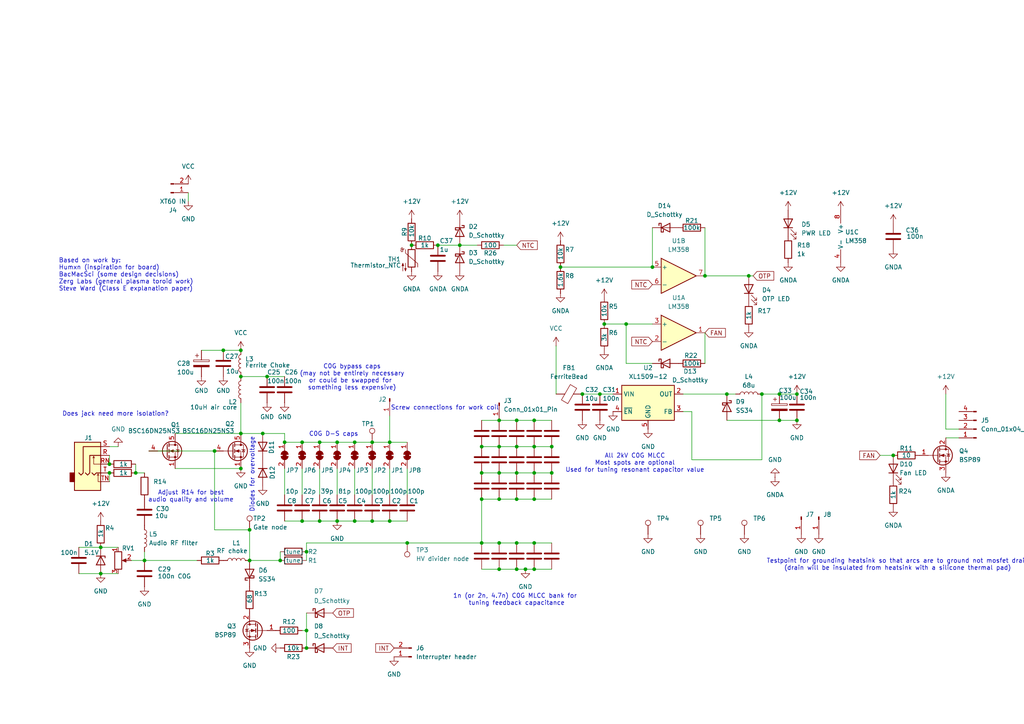
<source format=kicad_sch>
(kicad_sch (version 20231120) (generator "eeschema") (generator_version "8.0")
  (paper "A4")
  (lib_symbols
    (symbol "Amplifier_Operational:LM358" (pin_names (offset 0.127))
      (property "Reference" "U" (at 0 5.08 0))
      (property "Value" "LM358" (at 0 -5.08 0))
      (symbol "LM358_1_1"
        (pin output line (at 7.62 0 180) (length 2.54) (name "~") (number "1"))
        (pin input line (at -7.62 -2.54 0) (length 2.54) (name "-") (number "2"))
        (pin input line (at -7.62 2.54 0) (length 2.54) (name "+") (number "3"))
      )
      (symbol "LM358_2_1"
        (pin input line (at -7.62 2.54 0) (length 2.54) (name "+") (number "5"))
        (pin input line (at -7.62 -2.54 0) (length 2.54) (name "-") (number "6"))
        (pin output line (at 7.62 0 180) (length 2.54) (name "~") (number "7"))
      )
      (symbol "LM358_3_1"
        (pin power_in line (at -2.54 -7.62 90) (length 3.81) (name "V-") (number "4"))
        (pin power_in line (at -2.54 7.62 270) (length 3.81) (name "V+") (number "8"))
      )
    )
    (symbol "C_1" (pin_numbers hide) (pin_names (offset 0.254))
      (property "Reference" "C" (at 0.635 2.54 0))
      (property "Value" "C" (at 0.635 -2.54 0))
      (symbol "C_1_1_1"
        (pin passive line (at 0 3.81 270) (length 2.794) (name "~") (number "1"))
        (pin passive line (at 0 -3.81 90) (length 2.794) (name "~") (number "2"))
      )
    )
    (symbol "Connector:Conn_01x01_Pin" (pin_names (offset 1.016) hide)
      (property "Reference" "J" (at 0 2.54 0))
      (property "Value" "Conn_01x01_Pin" (at 0 -2.54 0))
      (symbol "Conn_01x01_Pin_1_1"
        (pin passive line (at 5.08 0 180) (length 3.81) (name "Pin_1") (number "1"))
      )
    )
    (symbol "Connector:Conn_01x02_Pin" (pin_names (offset 1.016) hide)
      (property "Reference" "J" (at 0 2.54 0))
      (property "Value" "Conn_01x02_Pin" (at 0 -5.08 0))
      (symbol "Conn_01x02_Pin_1_1"
        (pin passive line (at 5.08 0 180) (length 3.81) (name "Pin_1") (number "1"))
        (pin passive line (at 5.08 -2.54 180) (length 3.81) (name "Pin_2") (number "2"))
      )
    )
    (symbol "Connector:Conn_01x04_Pin" (pin_names (offset 1.016) hide)
      (property "Reference" "J" (at 0 5.08 0))
      (property "Value" "Conn_01x04_Pin" (at 0 -7.62 0))
      (symbol "Conn_01x04_Pin_1_1"
        (pin passive line (at 5.08 2.54 180) (length 3.81) (name "Pin_1") (number "1"))
        (pin passive line (at 5.08 0 180) (length 3.81) (name "Pin_2") (number "2"))
        (pin passive line (at 5.08 -2.54 180) (length 3.81) (name "Pin_3") (number "3"))
        (pin passive line (at 5.08 -5.08 180) (length 3.81) (name "Pin_4") (number "4"))
      )
    )
    (symbol "Connector:TestPoint" (pin_numbers hide) (pin_names (offset 0.762) hide)
      (property "Reference" "TP" (at 0 6.858 0))
      (property "Value" "TestPoint" (at 0 5.08 0))
      (symbol "TestPoint_1_1"
        (pin passive line (at 0 0 90) (length 2.54) (name "1") (number "1"))
      )
    )
    (symbol "Connector_Audio:AudioJack3_SwitchTR"
      (property "Reference" "J" (at 0 8.89 0))
      (property "Value" "AudioJack3_SwitchTR" (at 0 6.35 0))
      (symbol "AudioJack3_SwitchTR_1_1"
        (pin passive line (at 5.08 0 180) (length 2.54) (name "~") (number "R"))
        (pin passive line (at 5.08 -2.54 180) (length 2.54) (name "~") (number "RN"))
        (pin passive line (at 5.08 2.54 180) (length 2.54) (name "~") (number "S"))
        (pin passive line (at 5.08 -5.08 180) (length 2.54) (name "~") (number "T"))
        (pin passive line (at 5.08 -7.62 180) (length 2.54) (name "~") (number "TN"))
      )
    )
    (symbol "Device:C" (pin_numbers hide) (pin_names (offset 0.254))
      (property "Reference" "C" (at 0.635 2.54 0))
      (property "Value" "C" (at 0.635 -2.54 0))
      (symbol "C_1_1"
        (pin passive line (at 0 3.81 270) (length 2.794) (name "~") (number "1"))
        (pin passive line (at 0 -3.81 90) (length 2.794) (name "~") (number "2"))
      )
    )
    (symbol "Device:C_Polarized" (pin_numbers hide) (pin_names (offset 0.254))
      (property "Reference" "C" (at 0.635 2.54 0))
      (property "Value" "C_Polarized" (at 0.635 -2.54 0))
      (symbol "C_Polarized_1_1"
        (pin passive line (at 0 3.81 270) (length 2.794) (name "~") (number "1"))
        (pin passive line (at 0 -3.81 90) (length 2.794) (name "~") (number "2"))
      )
    )
    (symbol "Device:D" (pin_numbers hide) (pin_names (offset 1.016) hide)
      (property "Reference" "D" (at 0 2.54 0))
      (property "Value" "D" (at 0 -2.54 0))
      (symbol "D_1_1"
        (pin passive line (at -3.81 0 0) (length 2.54) (name "K") (number "1"))
        (pin passive line (at 3.81 0 180) (length 2.54) (name "A") (number "2"))
      )
    )
    (symbol "Device:D_Schottky" (pin_numbers hide) (pin_names (offset 1.016) hide)
      (property "Reference" "D" (at 0 2.54 0))
      (property "Value" "D_Schottky" (at 0 -2.54 0))
      (symbol "D_Schottky_1_1"
        (pin passive line (at -3.81 0 0) (length 2.54) (name "K") (number "1"))
        (pin passive line (at 3.81 0 180) (length 2.54) (name "A") (number "2"))
      )
    )
    (symbol "Device:D_Zener" (pin_numbers hide) (pin_names (offset 1.016) hide)
      (property "Reference" "D" (at 0 2.54 0))
      (property "Value" "D_Zener" (at 0 -2.54 0))
      (symbol "D_Zener_1_1"
        (pin passive line (at -3.81 0 0) (length 2.54) (name "K") (number "1"))
        (pin passive line (at 3.81 0 180) (length 2.54) (name "A") (number "2"))
      )
    )
    (symbol "Device:FerriteBead" (pin_numbers hide) (pin_names (offset 0))
      (property "Reference" "FB" (at -3.81 0.635 90))
      (property "Value" "FerriteBead" (at 3.81 0 90))
      (symbol "FerriteBead_1_1"
        (pin passive line (at 0 3.81 270) (length 2.54) (name "~") (number "1"))
        (pin passive line (at 0 -3.81 90) (length 2.54) (name "~") (number "2"))
      )
    )
    (symbol "Device:L" (pin_numbers hide) (pin_names (offset 1.016) hide)
      (property "Reference" "L" (at -1.27 0 90))
      (property "Value" "L" (at 1.905 0 90))
      (symbol "L_1_1"
        (pin passive line (at 0 3.81 270) (length 1.27) (name "1") (number "1"))
        (pin passive line (at 0 -3.81 90) (length 1.27) (name "2") (number "2"))
      )
    )
    (symbol "Device:LED" (pin_numbers hide) (pin_names (offset 1.016) hide)
      (property "Reference" "D" (at 0 2.54 0))
      (property "Value" "LED" (at 0 -2.54 0))
      (symbol "LED_1_1"
        (pin passive line (at -3.81 0 0) (length 2.54) (name "K") (number "1"))
        (pin passive line (at 3.81 0 180) (length 2.54) (name "A") (number "2"))
      )
    )
    (symbol "Device:R" (pin_numbers hide) (pin_names (offset 0))
      (property "Reference" "R" (at 2.032 0 90))
      (property "Value" "R" (at 0 0 90))
      (symbol "R_1_1"
        (pin passive line (at 0 3.81 270) (length 1.27) (name "~") (number "1"))
        (pin passive line (at 0 -3.81 90) (length 1.27) (name "~") (number "2"))
      )
    )
    (symbol "Device:R_Potentiometer" (pin_names (offset 1.016) hide)
      (property "Reference" "RV" (at -4.445 0 90))
      (property "Value" "R_Potentiometer" (at -2.54 0 90))
      (symbol "R_Potentiometer_1_1"
        (pin passive line (at 0 3.81 270) (length 1.27) (name "1") (number "1"))
        (pin passive line (at 3.81 0 180) (length 1.27) (name "2") (number "2"))
        (pin passive line (at 0 -3.81 90) (length 1.27) (name "3") (number "3"))
      )
    )
    (symbol "Device:Thermistor_NTC" (pin_numbers hide) (pin_names (offset 0))
      (property "Reference" "TH" (at -4.445 0 90))
      (property "Value" "Thermistor_NTC" (at 3.175 0 90))
      (symbol "Thermistor_NTC_1_1"
        (pin passive line (at 0 3.81 270) (length 1.27) (name "~") (number "1"))
        (pin passive line (at 0 -3.81 90) (length 1.27) (name "~") (number "2"))
      )
    )
    (symbol "Jumper:SolderJumper_2_Bridged" (pin_names (offset 0) hide)
      (property "Reference" "JP" (at 0 2.032 0))
      (property "Value" "SolderJumper_2_Bridged" (at 0 -2.54 0))
      (symbol "SolderJumper_2_Bridged_1_1"
        (pin passive line (at -3.81 0 0) (length 2.54) (name "A") (number "1"))
        (pin passive line (at 3.81 0 180) (length 2.54) (name "B") (number "2"))
      )
    )
    (symbol "Regulator_Switching:XL1509-ADJ"
      (property "Reference" "U" (at -7.112 6.096 0))
      (property "Value" "XL1509-ADJ" (at 5.842 6.096 0))
      (symbol "XL1509-ADJ_1_1"
        (pin power_in line (at -10.16 2.54 0) (length 2.54) (name "VIN") (number "1"))
        (pin power_out line (at 10.16 2.54 180) (length 2.54) (name "OUT") (number "2"))
        (pin input line (at 10.16 -2.54 180) (length 2.54) (name "FB") (number "3"))
        (pin input line (at -10.16 -2.54 0) (length 2.54) (name "~{EN}") (number "4"))
        (pin power_in line (at 0 -7.62 90) (length 2.54) (name "GND") (number "5"))
        (pin passive line (at 0 -7.62 90) (length 2.54) hide (name "GND") (number "6"))
        (pin passive line (at 0 -7.62 90) (length 2.54) hide (name "GND") (number "7"))
        (pin passive line (at 0 -7.62 90) (length 2.54) hide (name "GND") (number "8"))
      )
    )
    (symbol "Transistor_FET:BSC098N10NS5" (pin_names hide)
      (property "Reference" "Q" (at 5.08 1.905 0))
      (property "Value" "BSC098N10NS5" (at 5.08 0 0))
      (symbol "BSC098N10NS5_1_1"
        (pin passive line (at 2.54 -5.08 90) (length 2.54) (name "S") (number "1"))
        (pin passive line (at 2.54 -5.08 90) (length 2.54) hide (name "S") (number "2"))
        (pin passive line (at 2.54 -5.08 90) (length 2.54) hide (name "S") (number "3"))
        (pin passive line (at -5.08 0 0) (length 2.54) (name "G") (number "4"))
        (pin passive line (at 2.54 5.08 270) (length 2.54) (name "D") (number "5"))
      )
    )
    (symbol "Transistor_FET:BSP89" (pin_names hide)
      (property "Reference" "Q" (at 5.08 1.905 0))
      (property "Value" "BSP89" (at 5.08 0 0))
      (symbol "BSP89_1_1"
        (pin input line (at -5.08 0 0) (length 2.54) (name "G") (number "1"))
        (pin passive line (at 2.54 5.08 270) (length 2.54) (name "D") (number "2"))
        (pin passive line (at 2.54 -5.08 90) (length 2.54) (name "S") (number "3"))
      )
    )
    (symbol "power:+12V" (power) (pin_numbers hide) (pin_names (offset 0) hide)
      (property "Value" "+12V" (at 0 3.556 0))
      (symbol "+12V_1_1"
        (pin power_in line (at 0 0 90) (length 0) (name "~") (number "1"))
      )
    )
    (symbol "power:GND" (power) (pin_numbers hide) (pin_names (offset 0) hide)
      (property "Value" "GND" (at 0 -3.81 0))
      (symbol "GND_1_1"
        (pin power_in line (at 0 0 270) (length 0) (name "~") (number "1"))
      )
    )
    (symbol "power:GNDA" (power) (pin_numbers hide) (pin_names (offset 0) hide)
      (property "Value" "GNDA" (at 0 -3.81 0))
      (symbol "GNDA_1_1"
        (pin power_in line (at 0 0 270) (length 0) (name "~") (number "1"))
      )
    )
    (symbol "power:VCC" (power) (pin_numbers hide) (pin_names (offset 0) hide)
      (property "Value" "VCC" (at 0 3.556 0))
      (symbol "VCC_1_1"
        (pin power_in line (at 0 0 90) (length 0) (name "~") (number "1"))
      )
    )
  )
  (junction (at 69.85 109.22))
  (junction (at 149.86 165.1))
  (junction (at 181.61 93.98))
  (junction (at 160.02 137.16))
  (junction (at 113.03 128.27))
  (junction (at 231.14 121.92))
  (junction (at 144.78 137.16))
  (junction (at 217.17 80.01))
  (junction (at 119.38 71.12))
  (junction (at 160.02 129.54))
  (junction (at 69.85 125.73))
  (junction (at 133.35 71.12))
  (junction (at 144.78 129.54))
  (junction (at 107.95 151.13))
  (junction (at 144.78 157.48))
  (junction (at 144.78 121.92))
  (junction (at 154.94 157.48))
  (junction (at 72.39 153.67))
  (junction (at 175.26 93.98))
  (junction (at 149.86 137.16))
  (junction (at 92.71 151.13))
  (junction (at 102.87 151.13))
  (junction (at 154.94 129.54))
  (junction (at 77.47 109.22))
  (junction (at 88.9 187.96))
  (junction (at 168.91 114.3))
  (junction (at 154.94 144.78))
  (junction (at 88.9 160.02))
  (junction (at 127 71.12))
  (junction (at 97.79 128.27))
  (junction (at 88.9 182.88))
  (junction (at 204.47 80.01))
  (junction (at 102.87 128.27))
  (junction (at 259.08 132.08))
  (junction (at 154.94 165.1))
  (junction (at 149.86 157.48))
  (junction (at 144.78 144.78))
  (junction (at 31.75 137.16))
  (junction (at 87.63 151.13))
  (junction (at 173.99 114.3))
  (junction (at 139.7 129.54))
  (junction (at 154.94 137.16))
  (junction (at 87.63 128.27))
  (junction (at 81.28 162.56))
  (junction (at 39.37 137.16))
  (junction (at 210.82 114.3))
  (junction (at 231.14 114.3))
  (junction (at 97.79 151.13))
  (junction (at 118.11 157.48))
  (junction (at 220.98 114.3))
  (junction (at 29.21 158.75))
  (junction (at 64.77 101.6))
  (junction (at 139.7 144.78))
  (junction (at 29.21 166.37))
  (junction (at 154.94 121.92))
  (junction (at 92.71 128.27))
  (junction (at 62.23 130.81))
  (junction (at 162.56 77.47))
  (junction (at 149.86 144.78))
  (junction (at 226.06 121.92))
  (junction (at 139.7 157.48))
  (junction (at 152.4 165.1))
  (junction (at 149.86 129.54))
  (junction (at 82.55 128.27))
  (junction (at 69.85 101.6))
  (junction (at 76.2 125.73))
  (junction (at 149.86 121.92))
  (junction (at 69.85 135.89))
  (junction (at 41.91 162.56))
  (junction (at 226.06 114.3))
  (junction (at 144.78 165.1))
  (junction (at 139.7 137.16))
  (junction (at 113.03 151.13))
  (junction (at 189.23 77.47))
  (junction (at 107.95 128.27))
  (junction (at 31.75 134.62))
  (junction (at 72.39 162.56))
  (wire (pts (xy 29.21 158.75) (xy 34.29 158.75)))
  (wire (pts (xy 144.78 157.48) (xy 149.86 157.48)))
  (wire (pts (xy 107.95 135.89) (xy 107.95 143.51)))
  (wire (pts (xy 113.03 120.65) (xy 113.03 128.27)))
  (wire (pts (xy 31.75 132.08) (xy 31.75 134.62)))
  (wire (pts (xy 149.86 157.48) (xy 154.94 157.48)))
  (wire (pts (xy 118.11 157.48) (xy 139.7 157.48)))
  (wire (pts (xy 149.86 129.54) (xy 154.94 129.54)))
  (wire (pts (xy 41.91 162.56) (xy 38.1 162.56)))
  (wire (pts (xy 58.42 101.6) (xy 64.77 101.6)))
  (wire (pts (xy 139.7 165.1) (xy 144.78 165.1)))
  (wire (pts (xy 102.87 128.27) (xy 107.95 128.27)))
  (wire (pts (xy 226.06 121.92) (xy 231.14 121.92)))
  (wire (pts (xy 149.86 137.16) (xy 154.94 137.16)))
  (wire (pts (xy 31.75 137.16) (xy 31.75 139.7)))
  (wire (pts (xy 57.15 162.56) (xy 41.91 162.56)))
  (wire (pts (xy 102.87 151.13) (xy 107.95 151.13)))
  (wire (pts (xy 154.94 129.54) (xy 160.02 129.54)))
  (wire (pts (xy 50.8 125.73) (xy 69.85 125.73)))
  (wire (pts (xy 92.71 135.89) (xy 92.71 143.51)))
  (wire (pts (xy 81.28 162.56) (xy 81.28 160.02)))
  (wire (pts (xy 220.98 114.3) (xy 226.06 114.3)))
  (wire (pts (xy 162.56 77.47) (xy 189.23 77.47)))
  (wire (pts (xy 113.03 128.27) (xy 118.11 128.27)))
  (wire (pts (xy 82.55 128.27) (xy 82.55 125.73)))
  (wire (pts (xy 31.75 129.54) (xy 34.29 129.54)))
  (wire (pts (xy 144.78 157.48) (xy 139.7 157.48)))
  (wire (pts (xy 88.9 160.02) (xy 88.9 162.56)))
  (wire (pts (xy 92.71 151.13) (xy 97.79 151.13)))
  (wire (pts (xy 76.2 125.73) (xy 69.85 125.73)))
  (wire (pts (xy 97.79 128.27) (xy 102.87 128.27)))
  (wire (pts (xy 97.79 151.13) (xy 102.87 151.13)))
  (wire (pts (xy 154.94 157.48) (xy 160.02 157.48)))
  (wire (pts (xy 149.86 144.78) (xy 154.94 144.78)))
  (wire (pts (xy 255.27 132.08) (xy 259.08 132.08)))
  (wire (pts (xy 181.61 105.41) (xy 181.61 93.98)))
  (wire (pts (xy 161.29 100.33) (xy 161.29 114.3)))
  (wire (pts (xy 107.95 151.13) (xy 113.03 151.13)))
  (wire (pts (xy 154.94 144.78) (xy 160.02 144.78)))
  (wire (pts (xy 82.55 125.73) (xy 76.2 125.73)))
  (wire (pts (xy 92.71 128.27) (xy 97.79 128.27)))
  (wire (pts (xy 274.32 124.46) (xy 278.13 124.46)))
  (wire (pts (xy 139.7 121.92) (xy 144.78 121.92)))
  (wire (pts (xy 41.91 160.02) (xy 41.91 162.56)))
  (wire (pts (xy 217.17 80.01) (xy 204.47 80.01)))
  (wire (pts (xy 62.23 153.67) (xy 72.39 153.67)))
  (wire (pts (xy 113.03 135.89) (xy 113.03 143.51)))
  (wire (pts (xy 144.78 129.54) (xy 149.86 129.54)))
  (wire (pts (xy 154.94 121.92) (xy 160.02 121.92)))
  (wire (pts (xy 200.66 133.35) (xy 220.98 133.35)))
  (wire (pts (xy 88.9 177.8) (xy 88.9 182.88)))
  (wire (pts (xy 220.98 133.35) (xy 220.98 114.3)))
  (wire (pts (xy 82.55 128.27) (xy 87.63 128.27)))
  (wire (pts (xy 200.66 119.38) (xy 200.66 133.35)))
  (wire (pts (xy 218.44 80.01) (xy 217.17 80.01)))
  (wire (pts (xy 139.7 129.54) (xy 144.78 129.54)))
  (wire (pts (xy 149.86 121.92) (xy 154.94 121.92)))
  (wire (pts (xy 118.11 157.48) (xy 88.9 157.48)))
  (wire (pts (xy 204.47 66.04) (xy 204.47 80.01)))
  (wire (pts (xy 107.95 128.27) (xy 113.03 128.27)))
  (wire (pts (xy 139.7 137.16) (xy 144.78 137.16)))
  (wire (pts (xy 87.63 182.88) (xy 88.9 182.88)))
  (wire (pts (xy 139.7 144.78) (xy 139.7 157.48)))
  (wire (pts (xy 154.94 165.1) (xy 160.02 165.1)))
  (wire (pts (xy 69.85 109.22) (xy 77.47 109.22)))
  (wire (pts (xy 69.85 116.84) (xy 69.85 125.73)))
  (wire (pts (xy 175.26 93.98) (xy 181.61 93.98)))
  (wire (pts (xy 22.86 166.37) (xy 29.21 166.37)))
  (wire (pts (xy 152.4 165.1) (xy 154.94 165.1)))
  (wire (pts (xy 154.94 137.16) (xy 160.02 137.16)))
  (wire (pts (xy 146.05 71.12) (xy 149.86 71.12)))
  (wire (pts (xy 62.23 130.81) (xy 62.23 153.67)))
  (wire (pts (xy 278.13 127) (xy 274.32 127)))
  (wire (pts (xy 29.21 166.37) (xy 34.29 166.37)))
  (wire (pts (xy 144.78 165.1) (xy 149.86 165.1)))
  (wire (pts (xy 113.03 151.13) (xy 118.11 151.13)))
  (wire (pts (xy 127 71.12) (xy 133.35 71.12)))
  (wire (pts (xy 87.63 151.13) (xy 92.71 151.13)))
  (wire (pts (xy 226.06 114.3) (xy 231.14 114.3)))
  (wire (pts (xy 87.63 135.89) (xy 87.63 143.51)))
  (wire (pts (xy 82.55 151.13) (xy 87.63 151.13)))
  (wire (pts (xy 97.79 135.89) (xy 97.79 143.51)))
  (wire (pts (xy 22.86 158.75) (xy 29.21 158.75)))
  (wire (pts (xy 189.23 66.04) (xy 189.23 77.47)))
  (wire (pts (xy 41.91 137.16) (xy 39.37 137.16)))
  (wire (pts (xy 210.82 121.92) (xy 226.06 121.92)))
  (wire (pts (xy 64.77 101.6) (xy 69.85 101.6)))
  (wire (pts (xy 72.39 162.56) (xy 81.28 162.56)))
  (wire (pts (xy 88.9 157.48) (xy 88.9 160.02)))
  (wire (pts (xy 181.61 105.41) (xy 189.23 105.41)))
  (wire (pts (xy 82.55 135.89) (xy 82.55 143.51)))
  (wire (pts (xy 181.61 93.98) (xy 189.23 93.98)))
  (wire (pts (xy 102.87 135.89) (xy 102.87 143.51)))
  (wire (pts (xy 77.47 109.22) (xy 82.55 109.22)))
  (wire (pts (xy 43.18 130.81) (xy 62.23 130.81)))
  (wire (pts (xy 144.78 121.92) (xy 149.86 121.92)))
  (wire (pts (xy 168.91 114.3) (xy 173.99 114.3)))
  (wire (pts (xy 200.66 119.38) (xy 198.12 119.38)))
  (wire (pts (xy 204.47 105.41) (xy 204.47 96.52)))
  (wire (pts (xy 139.7 144.78) (xy 144.78 144.78)))
  (wire (pts (xy 72.39 153.67) (xy 72.39 162.56)))
  (wire (pts (xy 118.11 135.89) (xy 118.11 143.51)))
  (wire (pts (xy 50.8 135.89) (xy 69.85 135.89)))
  (wire (pts (xy 274.32 114.3) (xy 274.32 124.46)))
  (wire (pts (xy 144.78 144.78) (xy 149.86 144.78)))
  (wire (pts (xy 144.78 137.16) (xy 149.86 137.16)))
  (wire (pts (xy 87.63 128.27) (xy 92.71 128.27)))
  (wire (pts (xy 39.37 134.62) (xy 39.37 137.16)))
  (wire (pts (xy 198.12 114.3) (xy 210.82 114.3)))
  (wire (pts (xy 210.82 114.3) (xy 213.36 114.3)))
  (wire (pts (xy 133.35 71.12) (xy 138.43 71.12)))
  (wire (pts (xy 88.9 182.88) (xy 88.9 187.96)))
  (wire (pts (xy 54.61 55.88) (xy 54.61 58.42)))
  (wire (pts (xy 149.86 165.1) (xy 152.4 165.1)))
  (wire (pts (xy 173.99 114.3) (xy 177.8 114.3)))
  (text "C0G D-S caps" (at 96.774 125.984 0) (effects (font (size 1.27 1.27))))
  (text "All 2kV C0G MLCC\nMost spots are optional\nUsed for tuning resonant capacitor value" (at 184.15 134.366 0) (effects (font (size 1.27 1.27))))
  (text "Testpoint for grounding heatsink so that arcs are to ground not mosfet drain\n(drain will be insulated from heatsink with a silicone thermal pad)" (at 260.35 163.83 0) (effects (font (size 1.27 1.27))))
  (text "Does jack need more isolation?" (at 33.528 120.142 0) (effects (font (size 1.27 1.27))))
  (text "Screw connections for work coil" (at 129.032 118.364 0) (effects (font (size 1.27 1.27))))
  (text "Based on work by:\nHumxn (inspiration for board)\nBacMacSci (some design decisions)\nZerg Labs (general plasma toroid work)\nSteve Ward (Class E explanation paper)\n" (at 17.018 84.582 0) (effects (font (size 1.27 1.27)) (justify left bottom)))
  (text "Diodes for overvoltage" (at 73.152 137.668 90) (effects (font (size 1.27 1.27))))
  (text "C0G bypass caps\n(may not be entirely necessary\nor could be swapped for \nsomething less expensive)" (at 102.108 109.474 0) (effects (font (size 1.27 1.27))))
  (text "1n (or 2n, 4.7n) C0G MLCC bank for \ntuning feedback capacitance" (at 149.86 173.99 0) (effects (font (size 1.27 1.27))))
  (text "Adjust R14 for best\naudio quality and volume" (at 55.372 144.018 0) (effects (font (size 1.27 1.27))))
  (global_label "OTP" (shape input) (at 96.52 177.8 0) (property "Intersheetrefs" "${INTERSHEET_REFS}" (effects (hide yes))))
  (global_label "NTC" (shape input) (at 189.23 82.55 180) (property "Intersheetrefs" "${INTERSHEET_REFS}" (effects (hide yes))))
  (global_label "FAN" (shape input) (at 255.27 132.08 180) (property "Intersheetrefs" "${INTERSHEET_REFS}" (effects (hide yes))))
  (global_label "INT" (shape input) (at 114.3 187.96 180) (property "Intersheetrefs" "${INTERSHEET_REFS}" (effects (hide yes))))
  (global_label "OTP" (shape input) (at 218.44 80.01 0) (property "Intersheetrefs" "${INTERSHEET_REFS}" (effects (hide yes))))
  (global_label "FAN" (shape input) (at 204.47 96.52 0) (property "Intersheetrefs" "${INTERSHEET_REFS}" (effects (hide yes))))
  (global_label "INT" (shape input) (at 96.52 187.96 0) (property "Intersheetrefs" "${INTERSHEET_REFS}" (effects (hide yes))))
  (global_label "NTC" (shape input) (at 189.23 99.06 180) (property "Intersheetrefs" "${INTERSHEET_REFS}" (effects (hide yes))))
  (global_label "NTC" (shape input) (at 149.86 71.12 0) (property "Intersheetrefs" "${INTERSHEET_REFS}" (effects (hide yes))))
  (symbol (lib_id "Device:D") (at 76.2 129.54 90) (unit 1)
    (property "Reference" "D11" (at 78.74 127.762 0) (effects (justify right)))
    (property "Value" "D" (effects (hide yes)))
    (property "Footprint" "Diode_SMD:D_SMA" (effects (hide yes)))
    (property "Description" "Diode" (effects (hide yes)))
    (property "Sim.Device" "D" (effects (hide yes)))
    (property "Sim.Pins" "1=K 2=A" (effects (hide yes)))
  )
  (symbol (lib_id "Device:L") (at 69.85 113.03 180) (unit 1)
    (property "Reference" "L2" (at 66.294 116.586 0) (effects (justify right)))
    (property "Value" "10uH air core" (at 55.118 118.11 0) (effects (justify right)))
    (property "Footprint" "custom:OpenBagel feed inductor" (effects (hide yes)))
    (property "Description" "Inductor" (effects (hide yes)))
  )
  (symbol (lib_id "Connector:TestPoint") (at 72.39 153.67 0) (unit 1)
    (property "Reference" "TP2" (at 73.406 150.368 0) (effects (justify left)))
    (property "Value" "Gate node" (at 73.406 152.908 0) (effects (justify left)))
    (property "Footprint" "TestPoint:TestPoint_Pad_2.0x2.0mm" (effects (hide yes)))
    (property "Description" "test point" (effects (hide yes)))
  )
  (symbol (lib_id "Device:C") (at 77.47 113.03 0) (unit 1)
    (property "Reference" "C25" (at 77.47 107.95 0) (effects (justify left)))
    (property "Value" "100n" (at 77.47 110.49 0) (effects (justify left)))
    (property "Footprint" "Capacitor_SMD:C_1812_4532Metric" (effects (hide yes)))
    (property "Description" "Unpolarized capacitor" (effects (hide yes)))
  )
  (symbol (lib_id "Device:C") (at 41.91 148.59 0) (unit 1)
    (property "Reference" "C30" (at 45.212 147.574 0) (effects (justify left)))
    (property "Value" "10u" (at 44.958 149.606 0) (effects (justify left)))
    (property "Footprint" "Capacitor_SMD:C_1206_3216Metric" (effects (hide yes)))
    (property "Description" "Unpolarized capacitor" (effects (hide yes)))
  )
  (symbol (lib_id "power:GNDA") (at 175.26 101.6 0) (unit 1)
    (property "Reference" "#PWR02" (effects (hide yes)))
    (property "Value" "GNDA" (at 175.26 106.68 0))
    (property "Description" "Power symbol creates a global label with name \"GNDA\" , analog ground" (effects (hide yes)))
  )
  (symbol (lib_id "power:GND") (at 72.39 187.96 0) (unit 1)
    (property "Reference" "#PWR013" (effects (hide yes)))
    (property "Value" "GND" (at 72.39 193.04 0))
    (property "Description" "Power symbol creates a global label with name \"GND\" , ground" (effects (hide yes)))
  )
  (symbol (lib_id "Device:C") (at 22.86 162.56 0) (unit 1)
    (property "Reference" "C35" (effects (hide yes)))
    (property "Value" "100n" (at 17.526 160.274 0) (effects (justify left)))
    (property "Footprint" "Capacitor_SMD:C_0805_2012Metric" (effects (hide yes)))
    (property "Description" "Unpolarized capacitor" (effects (hide yes)))
  )
  (symbol (lib_id "power:GND") (at 231.14 121.92 0) (unit 1)
    (property "Reference" "#PWR037" (effects (hide yes)))
    (property "Value" "GND" (at 231.14 127 0))
    (property "Description" "Power symbol creates a global label with name \"GND\" , ground" (effects (hide yes)))
  )
  (symbol (lib_id "Device:R") (at 29.21 154.94 0) (unit 1)
    (property "Reference" "R4" (at 30.48 153.162 0) (effects (justify left)))
    (property "Value" "1k" (at 29.21 155.956 90) (effects (justify left)))
    (property "Footprint" "Resistor_SMD:R_1206_3216Metric" (effects (hide yes)))
    (property "Description" "Resistor" (effects (hide yes)))
  )
  (symbol (lib_id "Device:R") (at 228.6 72.39 0) (unit 1)
    (property "Reference" "R18" (at 231.14 71.1199 0) (effects (justify left)))
    (property "Value" "1k" (at 231.14 73.6599 0) (effects (justify left)))
    (property "Footprint" "Resistor_SMD:R_0805_2012Metric" (effects (hide yes)))
    (property "Description" "Resistor" (effects (hide yes)))
  )
  (symbol (lib_id "power:+12V") (at 259.08 64.77 0) (unit 1)
    (property "Reference" "#PWR043" (effects (hide yes)))
    (property "Value" "+12V" (at 259.08 59.69 0))
    (property "Description" "Power symbol creates a global label with name \"+12V\"" (effects (hide yes)))
  )
  (symbol (lib_id "Device:C") (at 154.94 140.97 0) (unit 1)
    (property "Reference" "C15" (effects (hide yes)))
    (property "Value" "C" (effects (hide yes)))
    (property "Footprint" "Capacitor_SMD:C_1206_3216Metric" (effects (hide yes)))
    (property "Description" "Unpolarized capacitor" (effects (hide yes)))
  )
  (symbol (lib_id "Device:C") (at 149.86 140.97 0) (unit 1)
    (property "Reference" "C14" (effects (hide yes)))
    (property "Value" "C" (effects (hide yes)))
    (property "Footprint" "Capacitor_SMD:C_1206_3216Metric" (effects (hide yes)))
    (property "Description" "Unpolarized capacitor" (effects (hide yes)))
  )
  (symbol (lib_id "power:GND") (at 81.28 187.96 270) (unit 1)
    (property "Reference" "#PWR041" (effects (hide yes)))
    (property "Value" "GND" (at 77.47 187.9599 90) (effects (justify right)))
    (property "Description" "Power symbol creates a global label with name \"GND\" , ground" (effects (hide yes)))
  )
  (symbol (lib_id "Connector:TestPoint") (at 118.11 157.48 180) (unit 1)
    (property "Reference" "TP3" (at 120.65 159.5119 0) (effects (justify right)))
    (property "Value" "HV divider node" (at 120.65 162.0519 0) (effects (justify right)))
    (property "Footprint" "TestPoint:TestPoint_Pad_2.0x2.0mm" (effects (hide yes)))
    (property "Description" "test point" (effects (hide yes)))
  )
  (symbol (lib_id "Device:LED") (at 259.08 135.89 90) (unit 1)
    (property "Reference" "D10" (at 260.858 134.62 90) (effects (justify right)))
    (property "Value" "Fan LED" (at 260.858 137.16 90) (effects (justify right)))
    (property "Footprint" "LED_SMD:LED_0805_2012Metric" (effects (hide yes)))
    (property "Description" "Light emitting diode" (effects (hide yes)))
  )
  (symbol (lib_id "Device:C_Polarized") (at 58.42 105.41 0) (unit 1)
    (property "Reference" "C28" (at 51.308 105.41 0) (effects (justify left)))
    (property "Value" "100u" (at 51.308 107.95 0) (effects (justify left)))
    (property "Footprint" "Capacitor_SMD:CP_Elec_8x10" (effects (hide yes)))
    (property "Description" "Polarized capacitor" (effects (hide yes)))
  )
  (symbol (lib_id "Device:R") (at 123.19 71.12 90) (unit 1)
    (property "Reference" "R10" (at 123.19 69.088 90))
    (property "Value" "1k" (at 123.19 71.12 90))
    (property "Footprint" "Resistor_SMD:R_0805_2012Metric" (effects (hide yes)))
    (property "Description" "Resistor" (effects (hide yes)))
  )
  (symbol (lib_id "Device:Thermistor_NTC") (at 119.38 74.93 0) (unit 1)
    (property "Reference" "TH1" (at 112.522 75.184 0) (effects (justify left)))
    (property "Value" "Thermistor_NTC" (at 101.6 76.962 0) (effects (justify left)))
    (property "Footprint" "Resistor_SMD:R_0805_2012Metric" (effects (hide yes)))
    (property "Description" "Temperature dependent resistor, negative temperature coefficient" (effects (hide yes)))
  )
  (symbol (lib_id "power:GNDA") (at 127 78.74 0) (unit 1)
    (property "Reference" "#PWR046" (effects (hide yes)))
    (property "Value" "GNDA" (at 127 83.82 0))
    (property "Description" "Power symbol creates a global label with name \"GNDA\" , analog ground" (effects (hide yes)))
  )
  (symbol (lib_id "power:GND") (at 41.91 170.18 0) (unit 1)
    (property "Reference" "#PWR012" (effects (hide yes)))
    (property "Value" "GND" (at 41.91 175.26 0))
    (property "Description" "Power symbol creates a global label with name \"GND\" , ground" (effects (hide yes)))
  )
  (symbol (lib_id "Amplifier_Operational:LM358") (at 246.38 68.58 0) (unit 3)
    (property "Reference" "U1" (at 245.11 67.3099 0) (effects (justify left)))
    (property "Value" "LM358" (at 245.11 69.8499 0) (effects (justify left)))
    (property "Footprint" "Package_SO:SOIC-8_3.9x4.9mm_P1.27mm" (effects (hide yes)))
    (property "Datasheet" "http://www.ti.com/lit/ds/symlink/lm2904-n.pdf" (effects (hide yes)))
    (property "Description" "Low-Power, Dual Operational Amplifiers, DIP-8/SOIC-8/TO-99-8" (effects (hide yes)))
  )
  (symbol (lib_id "Connector:TestPoint") (at 203.2 154.94 0) (unit 1)
    (property "Reference" "TP5" (at 205.74 150.3679 0) (effects (justify left)))
    (property "Value" "TestPoint" (effects (hide yes)))
    (property "Footprint" "TestPoint:TestPoint_Pad_2.0x2.0mm" (effects (hide yes)))
    (property "Description" "test point" (effects (hide yes)))
  )
  (symbol (lib_id "Connector:Conn_01x01_Pin") (at 232.41 149.86 270) (unit 1)
    (property "Reference" "J7" (at 233.68 149.2249 90) (effects (justify left)))
    (property "Value" "Conn_01x01_Pin" (effects (hide yes)))
    (property "Footprint" "custom:OpenBagel Padded Screw" (effects (hide yes)))
    (property "Description" "Generic connector, single row, 01x01, script generated" (effects (hide yes)))
  )
  (symbol (lib_id "power:VCC") (at 69.85 101.6 0) (unit 1)
    (property "Reference" "#PWR015" (effects (hide yes)))
    (property "Value" "VCC" (at 69.85 96.52 0))
    (property "Description" "Power symbol creates a global label with name \"VCC\"" (effects (hide yes)))
  )
  (symbol (lib_id "power:GND") (at 203.2 154.94 0) (unit 1)
    (property "Reference" "#PWR048" (effects (hide yes)))
    (property "Value" "GND" (at 203.2 160.02 0))
    (property "Description" "Power symbol creates a global label with name \"GND\" , ground" (effects (hide yes)))
  )
  (symbol (lib_id "Device:D_Schottky") (at 133.35 74.93 270) (unit 1)
    (property "Reference" "D3" (at 135.89 73.3424 90) (effects (justify left)))
    (property "Value" "D_Schottky" (at 135.89 75.8824 90) (effects (justify left)))
    (property "Footprint" "Diode_SMD:D_SOD-123" (effects (hide yes)))
    (property "Description" "Schottky diode" (effects (hide yes)))
  )
  (symbol (lib_id "Device:R") (at 85.09 160.02 90) (unit 1)
    (property "Reference" "R2" (at 90.678 160.02 90))
    (property "Value" "(tune)" (at 85.09 160.02 90))
    (property "Footprint" "Resistor_SMD:R_2512_6332Metric" (effects (hide yes)))
    (property "Description" "Resistor" (effects (hide yes)))
  )
  (symbol (lib_id "Device:C") (at 41.91 166.37 0) (unit 1)
    (property "Reference" "C29" (at 45.72 165.0999 0) (effects (justify left)))
    (property "Value" "100n C0G" (at 45.72 167.132 0) (effects (justify left)))
    (property "Footprint" "Capacitor_SMD:C_1206_3216Metric" (effects (hide yes)))
    (property "Description" "Unpolarized capacitor" (effects (hide yes)))
  )
  (symbol (lib_id "Device:LED") (at 217.17 83.82 90) (unit 1)
    (property "Reference" "D4" (at 220.98 84.1374 90) (effects (justify right)))
    (property "Value" "OTP LED" (at 220.98 86.6774 90) (effects (justify right)))
    (property "Footprint" "LED_SMD:LED_0805_2012Metric" (effects (hide yes)))
    (property "Description" "Light emitting diode" (effects (hide yes)))
  )
  (symbol (lib_id "power:GND") (at 64.77 109.22 0) (unit 1)
    (property "Reference" "#PWR026" (effects (hide yes)))
    (property "Value" "GND" (at 64.77 113.284 0))
    (property "Description" "Power symbol creates a global label with name \"GND\" , ground" (effects (hide yes)))
  )
  (symbol (lib_id "Device:R_Potentiometer") (at 34.29 162.56 0) (unit 1)
    (property "Reference" "RV1" (at 39.116 159.004 0) (effects (justify right)))
    (property "Value" "R_Potentiometer" (effects (hide yes)))
    (property "Footprint" "Potentiometer_THT:Potentiometer_Alps_RK09K_Single_Horizontal" (effects (hide yes)))
    (property "Description" "Potentiometer" (effects (hide yes)))
  )
  (symbol (lib_id "power:GND") (at 173.99 121.92 0) (unit 1)
    (property "Reference" "#PWR036" (effects (hide yes)))
    (property "Value" "GND" (at 173.99 127 0))
    (property "Description" "Power symbol creates a global label with name \"GND\" , ground" (effects (hide yes)))
  )
  (symbol (lib_id "power:GND") (at 54.61 58.42 0) (unit 1)
    (property "Reference" "#PWR034" (effects (hide yes)))
    (property "Value" "GND" (at 54.61 63.5 0))
    (property "Description" "Power symbol creates a global label with name \"GND\" , ground" (effects (hide yes)))
  )
  (symbol (lib_id "Jumper:SolderJumper_2_Bridged") (at 82.55 132.08 270) (unit 1)
    (property "Reference" "JP7" (at 86.614 136.398 90) (effects (justify right)))
    (property "Value" "SolderJumper_2_Bridged" (effects (hide yes)))
    (property "Footprint" "Jumper:SolderJumper-2_P1.3mm_Bridged_RoundedPad1.0x1.5mm" (effects (hide yes)))
    (property "Description" "Solder Jumper, 2-pole, closed/bridged" (effects (hide yes)))
  )
  (symbol (lib_id "Device:C") (at 139.7 140.97 0) (unit 1)
    (property "Reference" "C40" (effects (hide yes)))
    (property "Value" "C" (effects (hide yes)))
    (property "Footprint" "Capacitor_SMD:C_1206_3216Metric" (effects (hide yes)))
    (property "Description" "Unpolarized capacitor" (effects (hide yes)))
  )
  (symbol (lib_id "Device:C") (at 64.77 105.41 0) (unit 1)
    (property "Reference" "C27" (at 65.278 103.378 0) (effects (justify left)))
    (property "Value" "10u" (at 65.532 107.696 0) (effects (justify left)))
    (property "Footprint" "Capacitor_SMD:C_1206_3216Metric" (effects (hide yes)))
    (property "Description" "Unpolarized capacitor" (effects (hide yes)))
  )
  (symbol (lib_id "power:GNDA") (at 217.17 95.25 0) (unit 1)
    (property "Reference" "#PWR031" (effects (hide yes)))
    (property "Value" "GNDA" (at 217.17 100.33 0))
    (property "Description" "Power symbol creates a global label with name \"GNDA\" , analog ground" (effects (hide yes)))
  )
  (symbol (lib_id "Device:LED") (at 228.6 64.77 90) (unit 1)
    (property "Reference" "D5" (at 232.41 65.0874 90) (effects (justify right)))
    (property "Value" "PWR LED" (at 232.41 67.6274 90) (effects (justify right)))
    (property "Footprint" "LED_SMD:LED_0805_2012Metric" (effects (hide yes)))
    (property "Description" "Light emitting diode" (effects (hide yes)))
  )
  (symbol (lib_id "power:GNDA") (at 162.56 85.09 0) (unit 1)
    (property "Reference" "#PWR01" (effects (hide yes)))
    (property "Value" "GNDA" (at 162.56 90.17 0))
    (property "Description" "Power symbol creates a global label with name \"GNDA\" , analog ground" (effects (hide yes)))
  )
  (symbol (lib_id "Device:C") (at 87.63 147.32 0) (unit 1)
    (property "Reference" "C7" (at 88.392 145.288 0) (effects (justify left)))
    (property "Value" "22p" (at 87.884 142.494 0) (effects (justify left)))
    (property "Footprint" "Capacitor_SMD:C_1206_3216Metric" (effects (hide yes)))
    (property "Description" "Unpolarized capacitor" (effects (hide yes)))
  )
  (symbol (lib_id "Device:C") (at 168.91 118.11 0) (unit 1)
    (property "Reference" "C32" (at 169.672 113.03 0) (effects (justify left)))
    (property "Value" "10u" (at 169.672 115.57 0) (effects (justify left)))
    (property "Footprint" "Capacitor_SMD:C_1206_3216Metric" (effects (hide yes)))
    (property "Description" "Unpolarized capacitor" (effects (hide yes)))
  )
  (symbol (lib_id "Device:D_Schottky") (at 92.71 177.8 0) (unit 1)
    (property "Reference" "D7" (at 92.3925 171.45 0))
    (property "Value" "D_Schottky" (at 96.266 174.244 0))
    (property "Footprint" "Diode_SMD:D_SOD-123" (effects (hide yes)))
    (property "Description" "Schottky diode" (effects (hide yes)))
  )
  (symbol (lib_id "Device:C") (at 173.99 118.11 0) (unit 1)
    (property "Reference" "C31" (at 174.752 113.03 0) (effects (justify left)))
    (property "Value" "100n" (at 174.752 115.57 0) (effects (justify left)))
    (property "Footprint" "Capacitor_SMD:C_0805_2012Metric" (effects (hide yes)))
    (property "Description" "Unpolarized capacitor" (effects (hide yes)))
  )
  (symbol (lib_id "Device:C_Polarized") (at 226.06 118.11 0) (unit 1)
    (property "Reference" "C33" (at 225.806 113.284 0) (effects (justify left)))
    (property "Value" "100u" (at 226.06 115.316 0) (effects (justify left)))
    (property "Footprint" "Capacitor_SMD:CP_Elec_6.3x7.7" (effects (hide yes)))
    (property "Description" "Polarized capacitor" (effects (hide yes)))
  )
  (symbol (lib_id "power:GNDA") (at 228.6 76.2 0) (unit 1)
    (property "Reference" "#PWR030" (effects (hide yes)))
    (property "Value" "GNDA" (at 228.6 81.28 0))
    (property "Description" "Power symbol creates a global label with name \"GNDA\" , analog ground" (effects (hide yes)))
  )
  (symbol (lib_id "Connector:Conn_01x01_Pin") (at 113.03 115.57 270) (unit 1)
    (property "Reference" "J2" (at 109.728 115.824 90) (effects (justify left)))
    (property "Value" "Conn_01x01_Pin" (effects (hide yes)))
    (property "Footprint" "custom:M4 Plugin PCB Mount Screw Terminal" (effects (hide yes)))
    (property "Description" "Generic connector, single row, 01x01, script generated" (effects (hide yes)))
  )
  (symbol (lib_id "Device:C") (at 113.03 147.32 180) (unit 1)
    (property "Reference" "C2" (at 116.332 145.288 0) (effects (justify left)))
    (property "Value" "100p" (at 118.11 142.494 0) (effects (justify left)))
    (property "Footprint" "Capacitor_SMD:C_1206_3216Metric" (effects (hide yes)))
    (property "Description" "Unpolarized capacitor" (effects (hide yes)))
  )
  (symbol (lib_id "Device:D") (at 76.2 137.16 270) (unit 1)
    (property "Reference" "D12" (at 78.994 135.128 0) (effects (justify left)))
    (property "Value" "D" (effects (hide yes)))
    (property "Footprint" "Diode_SMD:D_SMA" (effects (hide yes)))
    (property "Description" "Diode" (effects (hide yes)))
    (property "Sim.Device" "D" (effects (hide yes)))
    (property "Sim.Pins" "1=K 2=A" (effects (hide yes)))
  )
  (symbol (lib_id "Device:C") (at 154.94 161.29 0) (unit 1)
    (property "Reference" "C11" (effects (hide yes)))
    (property "Value" "C" (effects (hide yes)))
    (property "Footprint" "Capacitor_SMD:C_1206_3216Metric" (effects (hide yes)))
    (property "Description" "Unpolarized capacitor" (effects (hide yes)))
  )
  (symbol (lib_id "Device:R") (at 119.38 67.31 0) (unit 1)
    (property "Reference" "R9" (at 117.348 68.58 90) (effects (justify left)))
    (property "Value" "10k" (at 119.38 68.834 90) (effects (justify left)))
    (property "Footprint" "Resistor_SMD:R_0805_2012Metric" (effects (hide yes)))
    (property "Description" "Resistor" (effects (hide yes)))
  )
  (symbol (lib_id "power:GND") (at 152.4 165.1 0) (unit 1)
    (property "Reference" "#PWR021" (effects (hide yes)))
    (property "Value" "GND" (at 152.4 170.18 0))
    (property "Description" "Power symbol creates a global label with name \"GND\" , ground" (effects (hide yes)))
  )
  (symbol (lib_id "Device:C") (at 127 74.93 0) (unit 1)
    (property "Reference" "C37" (at 127.508 69.85 0) (effects (justify left)))
    (property "Value" "1u" (at 127.508 72.39 0) (effects (justify left)))
    (property "Footprint" "Capacitor_SMD:C_0805_2012Metric" (effects (hide yes)))
    (property "Description" "Unpolarized capacitor" (effects (hide yes)))
  )
  (symbol (lib_name "C_1") (lib_id "Device:C") (at 231.14 118.11 0) (unit 1)
    (property "Reference" "C34" (at 231.902 113.538 0) (effects (justify left)))
    (property "Value" "100n" (at 231.902 115.316 0) (effects (justify left)))
    (property "Footprint" "Capacitor_SMD:C_0805_2012Metric" (effects (hide yes)))
    (property "Description" "Unpolarized capacitor" (effects (hide yes)))
  )
  (symbol (lib_id "Device:D_Schottky") (at 133.35 67.31 270) (unit 1)
    (property "Reference" "D2" (at 135.89 65.7224 90) (effects (justify left)))
    (property "Value" "D_Schottky" (at 135.89 68.2624 90) (effects (justify left)))
    (property "Footprint" "Diode_SMD:D_SOD-123" (effects (hide yes)))
    (property "Description" "Schottky diode" (effects (hide yes)))
  )
  (symbol (lib_id "Transistor_FET:BSC098N10NS5") (at 67.31 130.81 0) (unit 1)
    (property "Reference" "Q2" (at 65.278 122.936 0) (effects (justify left)))
    (property "Value" "BSC16DN25NS3" (at 52.832 124.968 0) (effects (justify left)))
    (property "Footprint" "Package_TO_SOT_SMD:TDSON-8-1" (effects (hide yes)))
    (property "Datasheet" "http://www.infineon.com/dgdl/Infineon-BSC098N10NS5-DS-v02_00-EN.pdf?fileId=5546d4624ad04ef9014ae95ab4221bfd" (effects (hide yes)))
    (property "Description" "60A Id, 100V Vds, OptiMOS N-Channel Power MOSFET, 9.8mOhm Ron, Qg (typ) 22.0nC, PG-TDSON-8" (effects (hide yes)))
  )
  (symbol (lib_id "Connector:TestPoint") (at 187.96 154.94 0) (unit 1)
    (property "Reference" "TP4" (at 190.5 150.3679 0) (effects (justify left)))
    (property "Value" "TestPoint" (effects (hide yes)))
    (property "Footprint" "TestPoint:TestPoint_Pad_2.0x2.0mm" (effects (hide yes)))
    (property "Description" "test point" (effects (hide yes)))
  )
  (symbol (lib_id "Device:L") (at 68.58 162.56 90) (unit 1)
    (property "Reference" "L1" (at 68.58 157.48 90))
    (property "Value" "RF choke" (at 67.31 159.766 90))
    (property "Footprint" "Inductor_THT:L_Toroid_Vertical_L10.0mm_W5.0mm_P5.08mm" (effects (hide yes)))
    (property "Description" "Inductor" (effects (hide yes)))
  )
  (symbol (lib_id "power:GND") (at 224.79 138.43 180) (unit 1)
    (property "Reference" "#PWR040" (effects (hide yes)))
    (property "Value" "GND" (at 224.79 133.35 0))
    (property "Description" "Power symbol creates a global label with name \"GND\" , ground" (effects (hide yes)))
  )
  (symbol (lib_id "Jumper:SolderJumper_2_Bridged") (at 87.63 132.08 270) (unit 1)
    (property "Reference" "JP6" (at 91.694 136.398 90) (effects (justify right)))
    (property "Value" "SolderJumper_2_Bridged" (effects (hide yes)))
    (property "Footprint" "Jumper:SolderJumper-2_P1.3mm_Bridged_RoundedPad1.0x1.5mm" (effects (hide yes)))
    (property "Description" "Solder Jumper, 2-pole, closed/bridged" (effects (hide yes)))
  )
  (symbol (lib_id "Device:C") (at 82.55 113.03 0) (unit 1)
    (property "Reference" "C26" (at 82.55 107.95 0) (effects (justify left)))
    (property "Value" "100n" (at 82.55 110.49 0) (effects (justify left)))
    (property "Footprint" "Capacitor_SMD:C_1812_4532Metric" (effects (hide yes)))
    (property "Description" "Unpolarized capacitor" (effects (hide yes)))
  )
  (symbol (lib_id "power:GND") (at 168.91 121.92 0) (unit 1)
    (property "Reference" "#PWR023" (effects (hide yes)))
    (property "Value" "GND" (at 168.91 127 0))
    (property "Description" "Power symbol creates a global label with name \"GND\" , ground" (effects (hide yes)))
  )
  (symbol (lib_id "Device:R") (at 262.89 132.08 90) (unit 1)
    (property "Reference" "R11" (at 262.89 130.048 90))
    (property "Value" "10" (at 262.89 132.08 90))
    (property "Footprint" "Resistor_SMD:R_0805_2012Metric" (effects (hide yes)))
    (property "Description" "Resistor" (effects (hide yes)))
  )
  (symbol (lib_id "Device:C") (at 139.7 125.73 0) (unit 1)
    (property "Reference" "C38" (effects (hide yes)))
    (property "Value" "C" (effects (hide yes)))
    (property "Footprint" "Capacitor_SMD:C_1206_3216Metric" (effects (hide yes)))
    (property "Description" "Unpolarized capacitor" (effects (hide yes)))
  )
  (symbol (lib_id "Device:R") (at 200.66 105.41 90) (unit 1)
    (property "Reference" "R22" (at 200.406 103.124 90))
    (property "Value" "100k" (at 200.66 105.41 90))
    (property "Footprint" "Resistor_SMD:R_0805_2012Metric" (effects (hide yes)))
    (property "Description" "Resistor" (effects (hide yes)))
  )
  (symbol (lib_id "power:GND") (at 69.85 135.89 0) (unit 1)
    (property "Reference" "#PWR024" (effects (hide yes)))
    (property "Value" "GND" (at 69.85 140.97 0))
    (property "Description" "Power symbol creates a global label with name \"GND\" , ground" (effects (hide yes)))
  )
  (symbol (lib_id "Device:R") (at 72.39 173.99 180) (unit 1)
    (property "Reference" "R13" (at 73.66 172.212 0) (effects (justify right)))
    (property "Value" "68" (at 72.39 175.006 90) (effects (justify right)))
    (property "Footprint" "Resistor_SMD:R_1206_3216Metric" (effects (hide yes)))
    (property "Description" "Resistor" (effects (hide yes)))
  )
  (symbol (lib_id "Jumper:SolderJumper_2_Bridged") (at 92.71 132.08 270) (unit 1)
    (property "Reference" "JP5" (at 96.774 136.398 90) (effects (justify right)))
    (property "Value" "SolderJumper_2_Bridged" (effects (hide yes)))
    (property "Footprint" "Jumper:SolderJumper-2_P1.3mm_Bridged_RoundedPad1.0x1.5mm" (effects (hide yes)))
    (property "Description" "Solder Jumper, 2-pole, closed/bridged" (effects (hide yes)))
  )
  (symbol (lib_id "Device:R") (at 175.26 97.79 0) (unit 1)
    (property "Reference" "R6" (at 176.53 96.52 0) (effects (justify left)))
    (property "Value" "3k" (at 175.26 99.06 90) (effects (justify left)))
    (property "Footprint" "Resistor_SMD:R_0805_2012Metric" (effects (hide yes)))
    (property "Description" "Resistor" (effects (hide yes)))
  )
  (symbol (lib_id "Transistor_FET:BSC098N10NS5") (at 48.26 130.81 0) (unit 1)
    (property "Reference" "Q1" (at 49.53 123.19 0) (effects (justify left)))
    (property "Value" "BSC16DN25NS3" (at 37.084 124.968 0) (effects (justify left)))
    (property "Footprint" "Package_TO_SOT_SMD:TDSON-8-1" (effects (hide yes)))
    (property "Datasheet" "http://www.infineon.com/dgdl/Infineon-BSC098N10NS5-DS-v02_00-EN.pdf?fileId=5546d4624ad04ef9014ae95ab4221bfd" (effects (hide yes)))
    (property "Description" "60A Id, 100V Vds, OptiMOS N-Channel Power MOSFET, 9.8mOhm Ron, Qg (typ) 22.0nC, PG-TDSON-8" (effects (hide yes)))
  )
  (symbol (lib_id "power:GND") (at 114.3 190.5 0) (unit 1)
    (property "Reference" "#PWR047" (effects (hide yes)))
    (property "Value" "GND" (at 114.3 195.58 0))
    (property "Description" "Power symbol creates a global label with name \"GND\" , ground" (effects (hide yes)))
  )
  (symbol (lib_id "Device:C") (at 149.86 125.73 0) (unit 1)
    (property "Reference" "C22" (effects (hide yes)))
    (property "Value" "C" (effects (hide yes)))
    (property "Footprint" "Capacitor_SMD:C_1206_3216Metric" (effects (hide yes)))
    (property "Description" "Unpolarized capacitor" (effects (hide yes)))
  )
  (symbol (lib_id "Device:C") (at 160.02 125.73 0) (unit 1)
    (property "Reference" "C24" (effects (hide yes)))
    (property "Value" "C" (effects (hide yes)))
    (property "Footprint" "Capacitor_SMD:C_1206_3216Metric" (effects (hide yes)))
    (property "Description" "Unpolarized capacitor" (effects (hide yes)))
  )
  (symbol (lib_id "Device:D_Schottky") (at 193.04 66.04 0) (unit 1)
    (property "Reference" "D14" (at 192.7225 59.69 0))
    (property "Value" "D_Schottky" (at 192.7225 62.23 0))
    (property "Footprint" "Diode_SMD:D_SOD-123" (effects (hide yes)))
    (property "Description" "Schottky diode" (effects (hide yes)))
  )
  (symbol (lib_id "power:+12V") (at 119.38 63.5 0) (unit 1)
    (property "Reference" "#PWR06" (effects (hide yes)))
    (property "Value" "+12V" (at 119.38 58.42 0))
    (property "Description" "Power symbol creates a global label with name \"+12V\"" (effects (hide yes)))
  )
  (symbol (lib_id "Device:C") (at 144.78 133.35 0) (unit 1)
    (property "Reference" "C17" (effects (hide yes)))
    (property "Value" "C" (effects (hide yes)))
    (property "Footprint" "Capacitor_SMD:C_1206_3216Metric" (effects (hide yes)))
    (property "Description" "Unpolarized capacitor" (effects (hide yes)))
  )
  (symbol (lib_id "Device:C") (at 160.02 133.35 0) (unit 1)
    (property "Reference" "C20" (effects (hide yes)))
    (property "Value" "C" (effects (hide yes)))
    (property "Footprint" "Capacitor_SMD:C_1206_3216Metric" (effects (hide yes)))
    (property "Description" "Unpolarized capacitor" (effects (hide yes)))
  )
  (symbol (lib_id "Device:C") (at 154.94 125.73 0) (unit 1)
    (property "Reference" "C23" (effects (hide yes)))
    (property "Value" "C" (effects (hide yes)))
    (property "Footprint" "Capacitor_SMD:C_1206_3216Metric" (effects (hide yes)))
    (property "Description" "Unpolarized capacitor" (effects (hide yes)))
  )
  (symbol (lib_id "Device:C") (at 149.86 133.35 0) (unit 1)
    (property "Reference" "C18" (effects (hide yes)))
    (property "Value" "C" (effects (hide yes)))
    (property "Footprint" "Capacitor_SMD:C_1206_3216Metric" (effects (hide yes)))
    (property "Description" "Unpolarized capacitor" (effects (hide yes)))
  )
  (symbol (lib_id "Device:C") (at 118.11 147.32 180) (unit 1)
    (property "Reference" "C1" (at 121.412 145.288 0) (effects (justify left)))
    (property "Value" "100p" (at 123.19 142.494 0) (effects (justify left)))
    (property "Footprint" "Capacitor_SMD:C_1206_3216Metric" (effects (hide yes)))
    (property "Description" "Unpolarized capacitor" (effects (hide yes)))
  )
  (symbol (lib_id "Connector:Conn_01x02_Pin") (at 119.38 190.5 180) (unit 1)
    (property "Reference" "J6" (at 120.65 187.9599 0) (effects (justify right)))
    (property "Value" "Interrupter header" (at 120.65 190.4999 0) (effects (justify right)))
    (property "Footprint" "Connector_PinHeader_2.54mm:PinHeader_1x02_P2.54mm_Vertical" (effects (hide yes)))
    (property "Description" "Generic connector, single row, 01x02, script generated" (effects (hide yes)))
  )
  (symbol (lib_id "Device:C") (at 82.55 147.32 0) (unit 1)
    (property "Reference" "C8" (at 83.312 145.288 0) (effects (justify left)))
    (property "Value" "10p" (at 82.804 142.494 0) (effects (justify left)))
    (property "Footprint" "Capacitor_SMD:C_1206_3216Metric" (effects (hide yes)))
    (property "Description" "Unpolarized capacitor" (effects (hide yes)))
  )
  (symbol (lib_id "power:GNDA") (at 224.79 138.43 0) (unit 1)
    (property "Reference" "#PWR039" (effects (hide yes)))
    (property "Value" "GNDA" (at 224.79 143.51 0))
    (property "Description" "Power symbol creates a global label with name \"GNDA\" , analog ground" (effects (hide yes)))
  )
  (symbol (lib_id "Device:R") (at 162.56 81.28 0) (unit 1)
    (property "Reference" "R8" (at 163.83 80.01 0) (effects (justify left)))
    (property "Value" "1.6k" (at 162.56 83.312 90) (effects (justify left)))
    (property "Footprint" "Resistor_SMD:R_0805_2012Metric" (effects (hide yes)))
    (property "Description" "Resistor" (effects (hide yes)))
  )
  (symbol (lib_id "Device:R") (at 35.56 137.16 90) (unit 1)
    (property "Reference" "R16" (effects (hide yes)))
    (property "Value" "1k" (at 35.814 137.16 90))
    (property "Footprint" "Resistor_SMD:R_0805_2012Metric" (effects (hide yes)))
    (property "Description" "Resistor" (effects (hide yes)))
  )
  (symbol (lib_id "Connector:Conn_01x01_Pin") (at 237.49 149.86 270) (unit 1)
    (property "Reference" "J8" (at 238.76 149.2249 90) (effects (justify left)))
    (property "Value" "Conn_01x01_Pin" (effects (hide yes)))
    (property "Footprint" "custom:OpenBagel Padded Screw" (effects (hide yes)))
    (property "Description" "Generic connector, single row, 01x01, script generated" (effects (hide yes)))
  )
  (symbol (lib_id "Device:D_Schottky") (at 72.39 166.37 90) (unit 1)
    (property "Reference" "D6" (at 74.93 165.4174 90) (effects (justify right)))
    (property "Value" "SS34" (at 74.93 167.9574 90) (effects (justify right)))
    (property "Footprint" "Diode_SMD:D_SMA" (effects (hide yes)))
    (property "Description" "Schottky diode" (effects (hide yes)))
  )
  (symbol (lib_id "Device:R") (at 200.66 66.04 90) (unit 1)
    (property "Reference" "R21" (at 200.66 64.008 90))
    (property "Value" "100k" (at 200.66 66.04 90))
    (property "Footprint" "Resistor_SMD:R_0805_2012Metric" (effects (hide yes)))
    (property "Description" "Resistor" (effects (hide yes)))
  )
  (symbol (lib_id "Device:L") (at 217.17 114.3 90) (unit 1)
    (property "Reference" "L4" (at 217.17 109.22 90))
    (property "Value" "68u" (at 217.17 111.76 90))
    (property "Footprint" "Inductor_SMD:L_Sunlord_SWPA6045S" (effects (hide yes)))
    (property "Description" "Inductor" (effects (hide yes)))
  )
  (symbol (lib_id "Device:R") (at 41.91 140.97 180) (unit 1)
    (property "Reference" "R14" (at 44.45 139.6999 0) (effects (justify right)))
    (property "Value" "adjust for best audio \\n volume and quality" (effects (hide yes)))
    (property "Footprint" "Resistor_SMD:R_0805_2012Metric" (effects (hide yes)))
    (property "Description" "Resistor" (effects (hide yes)))
  )
  (symbol (lib_id "power:GND") (at 77.47 116.84 0) (unit 1)
    (property "Reference" "#PWR018" (effects (hide yes)))
    (property "Value" "GND" (at 77.47 120.904 0))
    (property "Description" "Power symbol creates a global label with name \"GND\" , ground" (effects (hide yes)))
  )
  (symbol (lib_id "Device:C") (at 102.87 147.32 180) (unit 1)
    (property "Reference" "C4" (at 106.172 145.288 0) (effects (justify left)))
    (property "Value" "100p" (at 107.95 142.494 0) (effects (justify left)))
    (property "Footprint" "Capacitor_SMD:C_1206_3216Metric" (effects (hide yes)))
    (property "Description" "Unpolarized capacitor" (effects (hide yes)))
  )
  (symbol (lib_id "power:GND") (at 29.21 166.37 0) (unit 1)
    (property "Reference" "#PWR011" (effects (hide yes)))
    (property "Value" "GND" (at 29.21 171.45 0))
    (property "Description" "Power symbol creates a global label with name \"GND\" , ground" (effects (hide yes)))
  )
  (symbol (lib_id "Device:FerriteBead") (at 165.1 114.3 90) (unit 1)
    (property "Reference" "FB1" (at 165.0492 106.68 90))
    (property "Value" "FerriteBead" (at 165.0492 109.22 90))
    (property "Footprint" "Inductor_SMD:L_0805_2012Metric" (effects (hide yes)))
    (property "Description" "Ferrite bead" (effects (hide yes)))
  )
  (symbol (lib_id "Device:D_Schottky") (at 193.04 105.41 0) (unit 1)
    (property "Reference" "D13" (at 200.152 107.696 0))
    (property "Value" "D_Schottky" (at 200.152 110.236 0))
    (property "Footprint" "Diode_SMD:D_SOD-123" (effects (hide yes)))
    (property "Description" "Schottky diode" (effects (hide yes)))
  )
  (symbol (lib_id "Transistor_FET:BSP89") (at 271.78 132.08 0) (unit 1)
    (property "Reference" "Q4" (at 278.13 130.8099 0) (effects (justify left)))
    (property "Value" "BSP89" (at 278.13 133.3499 0) (effects (justify left)))
    (property "Footprint" "Package_TO_SOT_SMD:SOT-223-3_TabPin2" (effects (hide yes)))
    (property "Datasheet" "https://www.infineon.com/dgdl/Infineon-BSP89-DS-v02_02-en.pdf?fileId=db3a30433b47825b013b4b8a07f90d55" (effects (hide yes)))
    (property "Description" "0.35A Id, 240V Vds, N-Channel Enhancement Mode MOSFET, SOT-223" (effects (hide yes)))
  )
  (symbol (lib_id "power:+12V") (at 175.26 86.36 0) (unit 1)
    (property "Reference" "#PWR03" (effects (hide yes)))
    (property "Value" "+12V" (at 175.26 81.28 0))
    (property "Description" "Power symbol creates a global label with name \"+12V\"" (effects (hide yes)))
  )
  (symbol (lib_id "Jumper:SolderJumper_2_Bridged") (at 102.87 132.08 270) (unit 1)
    (property "Reference" "JP3" (at 106.934 136.398 90) (effects (justify right)))
    (property "Value" "SolderJumper_2_Bridged" (effects (hide yes)))
    (property "Footprint" "Jumper:SolderJumper-2_P1.3mm_Bridged_RoundedPad1.0x1.5mm" (effects (hide yes)))
    (property "Description" "Solder Jumper, 2-pole, closed/bridged" (effects (hide yes)))
  )
  (symbol (lib_id "Device:D_Schottky") (at 210.82 118.11 270) (unit 1)
    (property "Reference" "D9" (at 213.36 116.5224 90) (effects (justify left)))
    (property "Value" "SS34" (at 213.36 119.0624 90) (effects (justify left)))
    (property "Footprint" "Diode_SMD:D_SMA" (effects (hide yes)))
    (property "Description" "Schottky diode" (effects (hide yes)))
  )
  (symbol (lib_id "Device:D_Zener") (at 29.21 162.56 270) (unit 1)
    (property "Reference" "D1" (at 24.384 157.734 90) (effects (justify left)))
    (property "Value" "5.1V" (at 24.384 160.274 90) (effects (justify left)))
    (property "Footprint" "Diode_SMD:D_SOD-123" (effects (hide yes)))
    (property "Description" "Zener diode" (effects (hide yes)))
  )
  (symbol (lib_id "Device:R") (at 85.09 162.56 90) (unit 1)
    (property "Reference" "R1" (at 90.678 162.56 90))
    (property "Value" "(tune)" (at 85.09 162.56 90))
    (property "Footprint" "Resistor_SMD:R_2512_6332Metric" (effects (hide yes)))
    (property "Description" "Resistor" (effects (hide yes)))
  )
  (symbol (lib_id "Jumper:SolderJumper_2_Bridged") (at 118.11 132.08 270) (unit 1)
    (property "Reference" "JP8" (at 122.174 136.398 90) (effects (justify right)))
    (property "Value" "SolderJumper_2_Bridged" (effects (hide yes)))
    (property "Footprint" "Jumper:SolderJumper-2_P1.3mm_Bridged_RoundedPad1.0x1.5mm" (effects (hide yes)))
    (property "Description" "Solder Jumper, 2-pole, closed/bridged" (effects (hide yes)))
  )
  (symbol (lib_id "Jumper:SolderJumper_2_Bridged") (at 97.79 132.08 270) (unit 1)
    (property "Reference" "JP4" (at 101.854 136.398 90) (effects (justify right)))
    (property "Value" "SolderJumper_2_Bridged" (effects (hide yes)))
    (property "Footprint" "Jumper:SolderJumper-2_P1.3mm_Bridged_RoundedPad1.0x1.5mm" (effects (hide yes)))
    (property "Description" "Solder Jumper, 2-pole, closed/bridged" (effects (hide yes)))
  )
  (symbol (lib_id "power:+12V") (at 228.6 60.96 0) (unit 1)
    (property "Reference" "#PWR029" (effects (hide yes)))
    (property "Value" "+12V" (at 228.6 55.88 0))
    (property "Description" "Power symbol creates a global label with name \"+12V\"" (effects (hide yes)))
  )
  (symbol (lib_id "power:GNDA") (at 243.84 76.2 0) (unit 1)
    (property "Reference" "#PWR028" (effects (hide yes)))
    (property "Value" "GNDA" (at 243.84 81.28 0))
    (property "Description" "Power symbol creates a global label with name \"GNDA\" , analog ground" (effects (hide yes)))
  )
  (symbol (lib_id "Device:L") (at 41.91 156.21 0) (unit 1)
    (property "Reference" "L5" (at 43.18 154.9399 0) (effects (justify left)))
    (property "Value" "Audio RF filter" (at 43.18 157.4799 0) (effects (justify left)))
    (property "Footprint" "Inductor_THT:L_Toroid_Vertical_L10.0mm_W5.0mm_P5.08mm" (effects (hide yes)))
    (property "Description" "Inductor" (effects (hide yes)))
  )
  (symbol (lib_id "power:GND") (at 232.41 154.94 0) (unit 1)
    (property "Reference" "#PWR050" (effects (hide yes)))
    (property "Value" "GND" (at 232.41 160.02 0))
    (property "Description" "Power symbol creates a global label with name \"GND\" , ground" (effects (hide yes)))
  )
  (symbol (lib_id "Transistor_FET:BSP89") (at 74.93 182.88 0) (mirror y) (unit 1)
    (property "Reference" "Q3" (at 68.58 181.6099 0) (effects (justify left)))
    (property "Value" "BSP89" (at 68.58 184.1499 0) (effects (justify left)))
    (property "Footprint" "Package_TO_SOT_SMD:SOT-223-3_TabPin2" (effects (hide yes)))
    (property "Datasheet" "https://www.infineon.com/dgdl/Infineon-BSP89-DS-v02_02-en.pdf?fileId=db3a30433b47825b013b4b8a07f90d55" (effects (hide yes)))
    (property "Description" "0.35A Id, 240V Vds, N-Channel Enhancement Mode MOSFET, SOT-223" (effects (hide yes)))
  )
  (symbol (lib_id "Device:C") (at 92.71 147.32 0) (unit 1)
    (property "Reference" "C6" (at 93.472 145.288 0) (effects (justify left)))
    (property "Value" "39p" (at 92.964 142.494 0) (effects (justify left)))
    (property "Footprint" "Capacitor_SMD:C_1206_3216Metric" (effects (hide yes)))
    (property "Description" "Unpolarized capacitor" (effects (hide yes)))
  )
  (symbol (lib_id "Device:C") (at 97.79 147.32 0) (unit 1)
    (property "Reference" "C5" (at 98.044 145.288 0) (effects (justify left)))
    (property "Value" "81p" (at 98.044 142.494 0) (effects (justify left)))
    (property "Footprint" "Capacitor_SMD:C_1206_3216Metric" (effects (hide yes)))
    (property "Description" "Unpolarized capacitor" (effects (hide yes)))
  )
  (symbol (lib_id "Device:R") (at 162.56 73.66 0) (unit 1)
    (property "Reference" "R7" (at 163.83 72.39 0) (effects (justify left)))
    (property "Value" "10k" (at 162.56 75.438 90) (effects (justify left)))
    (property "Footprint" "Resistor_SMD:R_0805_2012Metric" (effects (hide yes)))
    (property "Description" "Resistor" (effects (hide yes)))
  )
  (symbol (lib_id "Connector:Conn_01x02_Pin") (at 49.53 55.88 0) (mirror x) (unit 1)
    (property "Reference" "J4" (at 50.165 60.96 0))
    (property "Value" "XT60 IN" (at 50.165 58.42 0))
    (property "Footprint" "Connector_AMASS:AMASS_XT60PW-F_1x02_P7.20mm_Horizontal" (effects (hide yes)))
    (property "Description" "Generic connector, single row, 01x02, script generated" (effects (hide yes)))
  )
  (symbol (lib_id "power:VCC") (at 161.29 100.33 0) (unit 1)
    (property "Reference" "#PWR032" (effects (hide yes)))
    (property "Value" "VCC" (at 161.29 95.25 0))
    (property "Description" "Power symbol creates a global label with name \"VCC\"" (effects (hide yes)))
  )
  (symbol (lib_id "Device:C") (at 139.7 133.35 0) (unit 1)
    (property "Reference" "C39" (effects (hide yes)))
    (property "Value" "C" (effects (hide yes)))
    (property "Footprint" "Capacitor_SMD:C_1206_3216Metric" (effects (hide yes)))
    (property "Description" "Unpolarized capacitor" (effects (hide yes)))
  )
  (symbol (lib_id "Device:C") (at 144.78 125.73 0) (unit 1)
    (property "Reference" "C21" (effects (hide yes)))
    (property "Value" "C" (effects (hide yes)))
    (property "Footprint" "Capacitor_SMD:C_1206_3216Metric" (effects (hide yes)))
    (property "Description" "Unpolarized capacitor" (effects (hide yes)))
  )
  (symbol (lib_id "Device:D_Schottky") (at 92.71 187.96 0) (unit 1)
    (property "Reference" "D8" (at 92.3925 181.61 0))
    (property "Value" "D_Schottky" (at 96.266 184.404 0))
    (property "Footprint" "Diode_SMD:D_SOD-123" (effects (hide yes)))
    (property "Description" "Schottky diode" (effects (hide yes)))
  )
  (symbol (lib_id "Device:R") (at 85.09 187.96 90) (unit 1)
    (property "Reference" "R23" (at 85.09 190.5 90))
    (property "Value" "10k" (at 85.09 187.96 90))
    (property "Footprint" "Resistor_SMD:R_0805_2012Metric" (effects (hide yes)))
    (property "Description" "Resistor" (effects (hide yes)))
  )
  (symbol (lib_id "power:+12V") (at 274.32 114.3 0) (unit 1)
    (property "Reference" "#PWR09" (effects (hide yes)))
    (property "Value" "+12V" (at 274.32 109.22 0))
    (property "Description" "Power symbol creates a global label with name \"+12V\"" (effects (hide yes)))
  )
  (symbol (lib_id "power:GND") (at 187.96 154.94 0) (unit 1)
    (property "Reference" "#PWR014" (effects (hide yes)))
    (property "Value" "GND" (at 187.96 160.02 0))
    (property "Description" "Power symbol creates a global label with name \"GND\" , ground" (effects (hide yes)))
  )
  (symbol (lib_id "Connector:Conn_01x01_Pin") (at 144.78 116.84 270) (unit 1)
    (property "Reference" "J3" (at 146.05 116.2049 90) (effects (justify left)))
    (property "Value" "Conn_01x01_Pin" (at 146.05 118.7449 90) (effects (justify left)))
    (property "Footprint" "custom:M4 Plugin PCB Mount Screw Terminal" (effects (hide yes)))
    (property "Description" "Generic connector, single row, 01x01, script generated" (effects (hide yes)))
  )
  (symbol (lib_id "power:GND") (at 237.49 154.94 0) (unit 1)
    (property "Reference" "#PWR051" (effects (hide yes)))
    (property "Value" "GND" (at 237.49 160.02 0))
    (property "Description" "Power symbol creates a global label with name \"GND\" , ground" (effects (hide yes)))
  )
  (symbol (lib_id "Connector_Audio:AudioJack3_SwitchTR") (at 26.67 132.08 0) (unit 1)
    (property "Reference" "J1" (at 25.654 127 0))
    (property "Value" "AudioJack3_SwitchTR" (effects (hide yes)))
    (property "Footprint" "Connector_Audio:Jack_3.5mm_Ledino_KB3SPRS_Horizontal" (effects (hide yes)))
    (property "Description" "Audio Jack, 3 Poles (Stereo / TRS), Switched TR Poles (Normalling)" (effects (hide yes)))
  )
  (symbol (lib_id "Device:C") (at 144.78 140.97 0) (unit 1)
    (property "Reference" "C13" (effects (hide yes)))
    (property "Value" "C" (effects (hide yes)))
    (property "Footprint" "Capacitor_SMD:C_1206_3216Metric" (effects (hide yes)))
    (property "Description" "Unpolarized capacitor" (effects (hide yes)))
  )
  (symbol (lib_id "Device:C") (at 107.95 147.32 180) (unit 1)
    (property "Reference" "C3" (at 111.252 145.288 0) (effects (justify left)))
    (property "Value" "100p" (at 113.03 142.494 0) (effects (justify left)))
    (property "Footprint" "Capacitor_SMD:C_1206_3216Metric" (effects (hide yes)))
    (property "Description" "Unpolarized capacitor" (effects (hide yes)))
  )
  (symbol (lib_id "Device:C") (at 144.78 161.29 0) (unit 1)
    (property "Reference" "C9" (effects (hide yes)))
    (property "Value" "C" (effects (hide yes)))
    (property "Footprint" "Capacitor_SMD:C_1206_3216Metric" (effects (hide yes)))
    (property "Description" "Unpolarized capacitor" (effects (hide yes)))
  )
  (symbol (lib_id "Amplifier_Operational:LM358") (at 196.85 80.01 0) (unit 2)
    (property "Reference" "U1" (at 196.85 69.85 0))
    (property "Value" "LM358" (at 196.85 72.39 0))
    (property "Footprint" "Package_SO:SOIC-8_3.9x4.9mm_P1.27mm" (effects (hide yes)))
    (property "Datasheet" "http://www.ti.com/lit/ds/symlink/lm2904-n.pdf" (effects (hide yes)))
    (property "Description" "Low-Power, Dual Operational Amplifiers, DIP-8/SOIC-8/TO-99-8" (effects (hide yes)))
  )
  (symbol (lib_id "Device:C") (at 149.86 161.29 0) (unit 1)
    (property "Reference" "C10" (effects (hide yes)))
    (property "Value" "C" (effects (hide yes)))
    (property "Footprint" "Capacitor_SMD:C_1206_3216Metric" (effects (hide yes)))
    (property "Description" "Unpolarized capacitor" (effects (hide yes)))
  )
  (symbol (lib_id "Jumper:SolderJumper_2_Bridged") (at 107.95 132.08 270) (unit 1)
    (property "Reference" "JP2" (at 112.014 136.398 90) (effects (justify right)))
    (property "Value" "SolderJumper_2_Bridged" (effects (hide yes)))
    (property "Footprint" "Jumper:SolderJumper-2_P1.3mm_Bridged_RoundedPad1.0x1.5mm" (effects (hide yes)))
    (property "Description" "Solder Jumper, 2-pole, closed/bridged" (effects (hide yes)))
  )
  (symbol (lib_id "Device:L") (at 69.85 105.41 180) (unit 1)
    (property "Reference" "L3" (at 71.12 104.1399 0) (effects (justify right)))
    (property "Value" "Ferrite Choke" (at 71.12 105.918 0) (effects (justify right)))
    (property "Footprint" "Ferrite_THT:LairdTech_28C0236-0JW-10" (effects (hide yes)))
    (property "Description" "Inductor" (effects (hide yes)))
  )
  (symbol (lib_id "power:GND") (at 187.96 124.46 0) (unit 1)
    (property "Reference" "#PWR019" (effects (hide yes)))
    (property "Value" "GND" (at 187.96 129.54 0))
    (property "Description" "Power symbol creates a global label with name \"GND\" , ground" (effects (hide yes)))
  )
  (symbol (lib_id "Device:C") (at 139.7 161.29 0) (unit 1)
    (property "Reference" "C41" (effects (hide yes)))
    (property "Value" "C" (effects (hide yes)))
    (property "Footprint" "Capacitor_SMD:C_1206_3216Metric" (effects (hide yes)))
    (property "Description" "Unpolarized capacitor" (effects (hide yes)))
  )
  (symbol (lib_id "Device:C") (at 160.02 140.97 0) (unit 1)
    (property "Reference" "C16" (effects (hide yes)))
    (property "Value" "C" (effects (hide yes)))
    (property "Footprint" "Capacitor_SMD:C_1206_3216Metric" (effects (hide yes)))
    (property "Description" "Unpolarized capacitor" (effects (hide yes)))
  )
  (symbol (lib_id "power:GND") (at 177.8 119.38 0) (unit 1)
    (property "Reference" "#PWR035" (effects (hide yes)))
    (property "Value" "GND" (at 177.8 124.46 0))
    (property "Description" "Power symbol creates a global label with name \"GND\" , ground" (effects (hide yes)))
  )
  (symbol (lib_id "Connector:Conn_01x04_Pin") (at 283.21 124.46 180) (unit 1)
    (property "Reference" "J5" (at 284.48 121.9199 0) (effects (justify right)))
    (property "Value" "Conn_01x04_Pin" (at 284.48 124.4599 0) (effects (justify right)))
    (property "Footprint" "Connector_PinSocket_2.54mm:PinSocket_1x04_P2.54mm_Vertical" (effects (hide yes)))
    (property "Description" "Generic connector, single row, 01x04, script generated" (effects (hide yes)))
  )
  (symbol (lib_id "Device:R") (at 259.08 143.51 0) (unit 1)
    (property "Reference" "R24" (at 260.604 142.494 0) (effects (justify left)))
    (property "Value" "1k" (at 259.08 144.78 90) (effects (justify left)))
    (property "Footprint" "Resistor_SMD:R_0805_2012Metric" (effects (hide yes)))
    (property "Description" "Resistor" (effects (hide yes)))
  )
  (symbol (lib_id "Device:R") (at 35.56 134.62 90) (unit 1)
    (property "Reference" "R15" (effects (hide yes)))
    (property "Value" "1k" (at 35.814 134.62 90))
    (property "Footprint" "Resistor_SMD:R_0805_2012Metric" (effects (hide yes)))
    (property "Description" "Resistor" (effects (hide yes)))
  )
  (symbol (lib_id "power:+12V") (at 243.84 60.96 0) (unit 1)
    (property "Reference" "#PWR010" (effects (hide yes)))
    (property "Value" "+12V" (at 243.84 55.88 0))
    (property "Description" "Power symbol creates a global label with name \"+12V\"" (effects (hide yes)))
  )
  (symbol (lib_id "power:+12V") (at 231.14 114.3 0) (unit 1)
    (property "Reference" "#PWR038" (effects (hide yes)))
    (property "Value" "+12V" (at 231.14 109.22 0))
    (property "Description" "Power symbol creates a global label with name \"+12V\"" (effects (hide yes)))
  )
  (symbol (lib_id "power:GND") (at 76.2 140.97 0) (unit 1)
    (property "Reference" "#PWR045" (effects (hide yes)))
    (property "Value" "GND" (at 76.2 146.05 0))
    (property "Description" "Power symbol creates a global label with name \"GND\" , ground" (effects (hide yes)))
  )
  (symbol (lib_id "Connector:TestPoint") (at 107.95 128.27 0) (unit 1)
    (property "Reference" "TP1" (at 104.902 122.936 0) (effects (justify left)))
    (property "Value" "TestPoint" (effects (hide yes)))
    (property "Footprint" "TestPoint:TestPoint_Pad_2.0x2.0mm" (effects (hide yes)))
    (property "Description" "test point" (effects (hide yes)))
  )
  (symbol (lib_id "power:GND") (at 58.42 109.22 0) (unit 1)
    (property "Reference" "#PWR017" (effects (hide yes)))
    (property "Value" "GND" (at 58.42 113.284 0))
    (property "Description" "Power symbol creates a global label with name \"GND\" , ground" (effects (hide yes)))
  )
  (symbol (lib_id "Device:R") (at 83.82 182.88 90) (unit 1)
    (property "Reference" "R12" (at 83.82 180.34 90))
    (property "Value" "100" (at 83.82 182.88 90))
    (property "Footprint" "Resistor_SMD:R_0805_2012Metric" (effects (hide yes)))
    (property "Description" "Resistor" (effects (hide yes)))
  )
  (symbol (lib_id "Device:R") (at 60.96 162.56 90) (unit 1)
    (property "Reference" "R3" (at 60.96 160.528 90))
    (property "Value" "1k" (at 60.96 162.56 90))
    (property "Footprint" "Resistor_SMD:R_1206_3216Metric" (effects (hide yes)))
    (property "Description" "Resistor" (effects (hide yes)))
  )
  (symbol (lib_id "Jumper:SolderJumper_2_Bridged") (at 113.03 132.08 270) (unit 1)
    (property "Reference" "JP1" (at 117.094 136.398 90) (effects (justify right)))
    (property "Value" "SolderJumper_2_Bridged" (effects (hide yes)))
    (property "Footprint" "Jumper:SolderJumper-2_P1.3mm_Bridged_RoundedPad1.0x1.5mm" (effects (hide yes)))
    (property "Description" "Solder Jumper, 2-pole, closed/bridged" (effects (hide yes)))
  )
  (symbol (lib_id "power:GNDA") (at 259.08 147.32 0) (unit 1)
    (property "Reference" "#PWR042" (effects (hide yes)))
    (property "Value" "GNDA" (at 259.08 152.4 0))
    (property "Description" "Power symbol creates a global label with name \"GNDA\" , analog ground" (effects (hide yes)))
  )
  (symbol (lib_id "Device:R") (at 175.26 90.17 0) (unit 1)
    (property "Reference" "R5" (at 176.53 88.9 0) (effects (justify left)))
    (property "Value" "10k" (at 175.26 91.948 90) (effects (justify left)))
    (property "Footprint" "Resistor_SMD:R_0805_2012Metric" (effects (hide yes)))
    (property "Description" "Resistor" (effects (hide yes)))
  )
  (symbol (lib_id "power:GNDA") (at 274.32 137.16 0) (unit 1)
    (property "Reference" "#PWR020" (effects (hide yes)))
    (property "Value" "GNDA" (at 274.32 142.24 0))
    (property "Description" "Power symbol creates a global label with name \"GNDA\" , analog ground" (effects (hide yes)))
  )
  (symbol (lib_id "power:+12V") (at 133.35 63.5 0) (unit 1)
    (property "Reference" "#PWR08" (effects (hide yes)))
    (property "Value" "+12V" (at 133.35 58.42 0))
    (property "Description" "Power symbol creates a global label with name \"+12V\"" (effects (hide yes)))
  )
  (symbol (lib_id "power:GND") (at 215.9 154.94 0) (unit 1)
    (property "Reference" "#PWR049" (effects (hide yes)))
    (property "Value" "GND" (at 215.9 160.02 0))
    (property "Description" "Power symbol creates a global label with name \"GND\" , ground" (effects (hide yes)))
  )
  (symbol (lib_id "power:GNDA") (at 133.35 78.74 0) (unit 1)
    (property "Reference" "#PWR05" (effects (hide yes)))
    (property "Value" "GNDA" (at 133.35 83.82 0))
    (property "Description" "Power symbol creates a global label with name \"GNDA\" , analog ground" (effects (hide yes)))
  )
  (symbol (lib_id "power:GNDA") (at 259.08 72.39 0) (unit 1)
    (property "Reference" "#PWR044" (effects (hide yes)))
    (property "Value" "GNDA" (at 259.08 77.47 0))
    (property "Description" "Power symbol creates a global label with name \"GNDA\" , analog ground" (effects (hide yes)))
  )
  (symbol (lib_id "Amplifier_Operational:LM358") (at 196.85 96.52 0) (unit 1)
    (property "Reference" "U1" (at 196.85 86.36 0))
    (property "Value" "LM358" (at 196.85 88.9 0))
    (property "Footprint" "Package_SO:SOIC-8_3.9x4.9mm_P1.27mm" (effects (hide yes)))
    (property "Datasheet" "http://www.ti.com/lit/ds/symlink/lm2904-n.pdf" (effects (hide yes)))
    (property "Description" "Low-Power, Dual Operational Amplifiers, DIP-8/SOIC-8/TO-99-8" (effects (hide yes)))
  )
  (symbol (lib_id "Device:C") (at 259.08 68.58 0) (unit 1)
    (property "Reference" "C36" (at 262.636 66.802 0) (effects (justify left)))
    (property "Value" "100n" (at 262.89 68.5799 0) (effects (justify left)))
    (property "Footprint" "Capacitor_SMD:C_0805_2012Metric" (effects (hide yes)))
    (property "Description" "Unpolarized capacitor" (effects (hide yes)))
  )
  (symbol (lib_id "power:GND") (at 82.55 116.84 0) (unit 1)
    (property "Reference" "#PWR025" (effects (hide yes)))
    (property "Value" "GND" (at 82.55 120.904 0))
    (property "Description" "Power symbol creates a global label with name \"GND\" , ground" (effects (hide yes)))
  )
  (symbol (lib_id "power:+12V") (at 29.21 151.13 0) (unit 1)
    (property "Reference" "#PWR07" (effects (hide yes)))
    (property "Value" "+12V" (at 29.21 146.05 0))
    (property "Description" "Power symbol creates a global label with name \"+12V\"" (effects (hide yes)))
  )
  (symbol (lib_id "Device:C") (at 160.02 161.29 0) (unit 1)
    (property "Reference" "C12" (effects (hide yes)))
    (property "Value" "C" (effects (hide yes)))
    (property "Footprint" "Capacitor_SMD:C_1206_3216Metric" (effects (hide yes)))
    (property "Description" "Unpolarized capacitor" (effects (hide yes)))
  )
  (symbol (lib_id "Device:C") (at 154.94 133.35 0) (unit 1)
    (property "Reference" "C19" (effects (hide yes)))
    (property "Value" "C" (effects (hide yes)))
    (property "Footprint" "Capacitor_SMD:C_1206_3216Metric" (effects (hide yes)))
    (property "Description" "Unpolarized capacitor" (effects (hide yes)))
  )
  (symbol (lib_id "Connector:TestPoint") (at 215.9 154.94 0) (unit 1)
    (property "Reference" "TP6" (at 218.44 150.3679 0) (effects (justify left)))
    (property "Value" "TestPoint" (effects (hide yes)))
    (property "Footprint" "TestPoint:TestPoint_Pad_2.0x2.0mm" (effects (hide yes)))
    (property "Description" "test point" (effects (hide yes)))
  )
  (symbol (lib_id "power:GND") (at 34.29 129.54 180) (unit 1)
    (property "Reference" "#PWR027" (effects (hide yes)))
    (property "Value" "GND" (at 34.29 124.46 0))
    (property "Description" "Power symbol creates a global label with name \"GND\" , ground" (effects (hide yes)))
  )
  (symbol (lib_id "power:VCC") (at 54.61 53.34 0) (unit 1)
    (property "Reference" "#PWR033" (effects (hide yes)))
    (property "Value" "VCC" (at 54.61 48.26 0))
    (property "Description" "Power symbol creates a global label with name \"VCC\"" (effects (hide yes)))
  )
  (symbol (lib_id "power:GNDA") (at 119.38 78.74 0) (unit 1)
    (property "Reference" "#PWR022" (effects (hide yes)))
    (property "Value" "GNDA" (at 119.38 83.82 0))
    (property "Description" "Power symbol creates a global label with name \"GNDA\" , analog ground" (effects (hide yes)))
  )
  (symbol (lib_id "power:GND") (at 97.79 151.13 0) (unit 1)
    (property "Reference" "#PWR016" (effects (hide yes)))
    (property "Value" "GND" (at 97.79 156.21 0))
    (property "Description" "Power symbol creates a global label with name \"GND\" , ground" (effects (hide yes)))
  )
  (symbol (lib_id "Device:R") (at 142.24 71.12 90) (unit 1)
    (property "Reference" "R26" (at 142.24 73.406 90))
    (property "Value" "100" (at 142.24 71.12 90))
    (property "Footprint" "Resistor_SMD:R_0805_2012Metric" (effects (hide yes)))
    (property "Description" "Resistor" (effects (hide yes)))
  )
  (symbol (lib_id "Device:R") (at 217.17 91.44 0) (unit 1)
    (property "Reference" "R17" (at 219.71 90.1699 0) (effects (justify left)))
    (property "Value" "1k" (at 217.17 92.71 90) (effects (justify left)))
    (property "Footprint" "Resistor_SMD:R_0805_2012Metric" (effects (hide yes)))
    (property "Description" "Resistor" (effects (hide yes)))
  )
  (symbol (lib_id "Regulator_Switching:XL1509-ADJ") (at 187.96 116.84 0) (unit 1)
    (property "Reference" "U2" (at 187.96 106.68 0))
    (property "Value" "XL1509-12" (at 187.96 109.22 0))
    (property "Footprint" "Package_SO:SOIC-8_3.9x4.9mm_P1.27mm" (effects (hide yes)))
    (property "Datasheet" "https://datasheet.lcsc.com/lcsc/1809050422_XLSEMI-XL1509-5-0E1_C61063.pdf" (effects (hide yes)))
    (property "Description" "Buck DC/DC Converter, 2A, 1.23-37V Adjustable Output Voltage, 4.5-40V Input Voltage" (effects (hide yes)))
  )
  (symbol (lib_id "power:+12V") (at 162.56 69.85 0) (unit 1)
    (property "Reference" "#PWR04" (effects (hide yes)))
    (property "Value" "+12V" (at 162.56 64.77 0))
    (property "Description" "Power symbol creates a global label with name \"+12V\"" (effects (hide yes)))
  )
)
</source>
